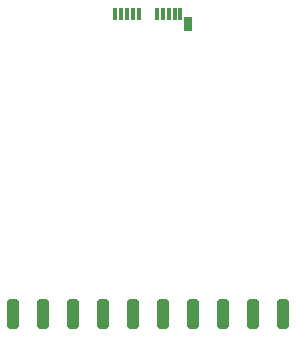
<source format=gbp>
G04 #@! TF.GenerationSoftware,KiCad,Pcbnew,9.0.4*
G04 #@! TF.CreationDate,2025-08-29T17:47:37+02:00*
G04 #@! TF.ProjectId,rp2350_gpio_card,72703233-3530-45f6-9770-696f5f636172,X1*
G04 #@! TF.SameCoordinates,Original*
G04 #@! TF.FileFunction,Paste,Bot*
G04 #@! TF.FilePolarity,Positive*
%FSLAX46Y46*%
G04 Gerber Fmt 4.6, Leading zero omitted, Abs format (unit mm)*
G04 Created by KiCad (PCBNEW 9.0.4) date 2025-08-29 17:47:37*
%MOMM*%
%LPD*%
G01*
G04 APERTURE LIST*
G04 Aperture macros list*
%AMRoundRect*
0 Rectangle with rounded corners*
0 $1 Rounding radius*
0 $2 $3 $4 $5 $6 $7 $8 $9 X,Y pos of 4 corners*
0 Add a 4 corners polygon primitive as box body*
4,1,4,$2,$3,$4,$5,$6,$7,$8,$9,$2,$3,0*
0 Add four circle primitives for the rounded corners*
1,1,$1+$1,$2,$3*
1,1,$1+$1,$4,$5*
1,1,$1+$1,$6,$7*
1,1,$1+$1,$8,$9*
0 Add four rect primitives between the rounded corners*
20,1,$1+$1,$2,$3,$4,$5,0*
20,1,$1+$1,$4,$5,$6,$7,0*
20,1,$1+$1,$6,$7,$8,$9,0*
20,1,$1+$1,$8,$9,$2,$3,0*%
G04 Aperture macros list end*
%ADD10R,0.380000X1.000000*%
%ADD11R,0.700000X1.150000*%
%ADD12RoundRect,0.250000X-0.250000X1.000000X-0.250000X-1.000000X0.250000X-1.000000X0.250000X1.000000X0*%
G04 APERTURE END LIST*
D10*
G04 #@! TO.C,P1*
X106305183Y-54186434D03*
X105805183Y-54186434D03*
X105305183Y-54186434D03*
X104805183Y-54186434D03*
X104305183Y-54186434D03*
X102805183Y-54186434D03*
X102305183Y-54186434D03*
X101805183Y-54186434D03*
X101305183Y-54186434D03*
X100805183Y-54186434D03*
D11*
X106975183Y-55026434D03*
G04 #@! TD*
D12*
G04 #@! TO.C,J1*
X92125183Y-79600000D03*
X94665183Y-79600000D03*
X97205183Y-79600000D03*
X99745183Y-79600000D03*
X102285183Y-79600000D03*
X104825183Y-79600000D03*
X107365183Y-79600000D03*
X109905183Y-79600000D03*
X112445183Y-79600000D03*
X114985183Y-79600000D03*
G04 #@! TD*
M02*

</source>
